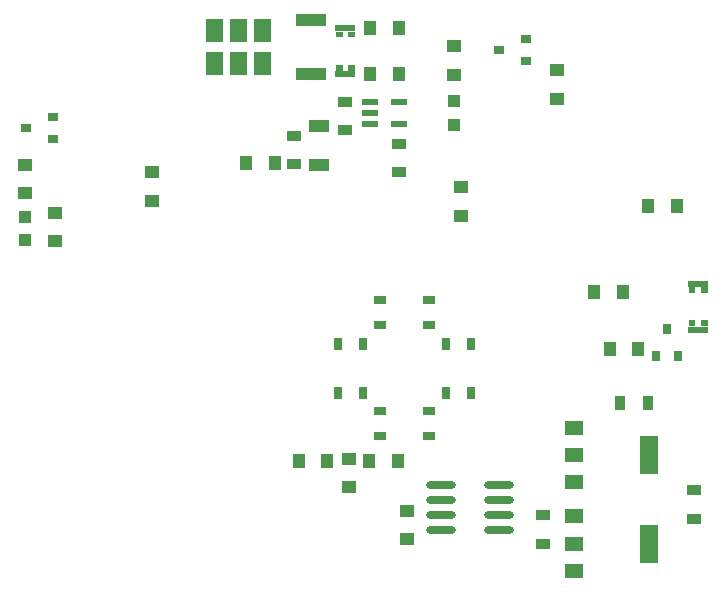
<source format=gtp>
G04*
G04 #@! TF.GenerationSoftware,Altium Limited,Altium Designer,24.5.2 (23)*
G04*
G04 Layer_Color=8421504*
%FSLAX24Y24*%
%MOIN*%
G70*
G04*
G04 #@! TF.SameCoordinates,4401697E-1760-462A-BA91-34E0085D76CE*
G04*
G04*
G04 #@! TF.FilePolarity,Positive*
G04*
G01*
G75*
%ADD20R,0.0650X0.0236*%
%ADD21R,0.0409X0.0508*%
%ADD22R,0.0252X0.0370*%
%ADD23R,0.0669X0.0394*%
%ADD24R,0.0508X0.0409*%
%ADD25R,0.0370X0.0508*%
%ADD26R,0.0591X0.0472*%
%ADD27R,0.0591X0.1299*%
%ADD28R,0.0409X0.0409*%
%ADD29R,0.0370X0.0252*%
%ADD30R,0.0984X0.0433*%
%ADD31R,0.0413X0.0256*%
%ADD32R,0.0256X0.0413*%
%ADD33R,0.0520X0.0220*%
%ADD34R,0.0508X0.0370*%
%ADD35O,0.0984X0.0276*%
G36*
X11774Y18780D02*
X12349D01*
Y18020D01*
X11774D01*
Y18780D01*
D02*
G37*
G36*
X12574D02*
X13148D01*
Y18020D01*
X12574D01*
Y18780D01*
D02*
G37*
G36*
X11774Y19875D02*
X12349D01*
Y19115D01*
X11774D01*
Y19875D01*
D02*
G37*
G36*
X12574D02*
X13148D01*
Y19115D01*
X12574D01*
Y19875D01*
D02*
G37*
G36*
X16337Y19271D02*
X16110D01*
Y19467D01*
X16337D01*
Y19271D01*
D02*
G37*
G36*
X13948Y19115D02*
X13373D01*
Y19875D01*
X13948D01*
Y19115D01*
D02*
G37*
G36*
X16337Y18168D02*
X16110D01*
Y18365D01*
X16337D01*
Y18168D01*
D02*
G37*
G36*
X13948Y18020D02*
X13373D01*
Y18780D01*
X13948D01*
Y18020D01*
D02*
G37*
G36*
X16760Y19271D02*
X16533D01*
Y19467D01*
X16760D01*
Y19271D01*
D02*
G37*
G36*
Y18168D02*
X16533D01*
Y18365D01*
X16760D01*
Y18168D01*
D02*
G37*
G36*
X28525Y10753D02*
X28298D01*
Y10950D01*
X28525D01*
Y10753D01*
D02*
G37*
G36*
X28102D02*
X27875D01*
Y10950D01*
X28102D01*
Y10753D01*
D02*
G37*
G36*
X28525Y9650D02*
X28298D01*
Y9847D01*
X28525D01*
Y9650D01*
D02*
G37*
G36*
X28102D02*
X27875D01*
Y9847D01*
X28102D01*
Y9650D01*
D02*
G37*
D20*
X28200Y9532D02*
D03*
Y11068D02*
D03*
X16435Y19585D02*
D03*
Y18050D02*
D03*
D21*
X25255Y8900D02*
D03*
X26200D02*
D03*
X25672Y10800D02*
D03*
X24728D02*
D03*
X18207Y18050D02*
D03*
X17263D02*
D03*
X18207Y19600D02*
D03*
X17263D02*
D03*
X14072Y15100D02*
D03*
X13128D02*
D03*
X26528Y13650D02*
D03*
X27472D02*
D03*
X14878Y5163D02*
D03*
X15822D02*
D03*
X17228D02*
D03*
X18172D02*
D03*
D22*
X26776Y8647D02*
D03*
X27524D02*
D03*
X27150Y9553D02*
D03*
D23*
X15550Y15024D02*
D03*
Y16323D02*
D03*
D24*
X18500Y2555D02*
D03*
Y3500D02*
D03*
X6750Y12478D02*
D03*
Y13422D02*
D03*
X10000Y14772D02*
D03*
Y13828D02*
D03*
X5750Y14078D02*
D03*
Y15022D02*
D03*
X23500Y17228D02*
D03*
Y18172D02*
D03*
X20070Y18972D02*
D03*
Y18028D02*
D03*
X20300Y13328D02*
D03*
Y14272D02*
D03*
X16550Y5222D02*
D03*
Y4278D02*
D03*
D25*
X26522Y7100D02*
D03*
X25578D02*
D03*
D26*
X24040Y3306D02*
D03*
Y2400D02*
D03*
Y1494D02*
D03*
Y4444D02*
D03*
Y5350D02*
D03*
Y6256D02*
D03*
D27*
X26560Y2400D02*
D03*
Y5350D02*
D03*
D28*
X5750Y12513D02*
D03*
Y13300D02*
D03*
X20070Y17144D02*
D03*
Y16356D02*
D03*
D29*
X5797Y16250D02*
D03*
X6703Y16624D02*
D03*
Y15876D02*
D03*
X22453Y18476D02*
D03*
Y19224D02*
D03*
X21547Y18850D02*
D03*
D30*
X15300Y18050D02*
D03*
Y19845D02*
D03*
D31*
X19217Y5977D02*
D03*
X17583D02*
D03*
X19217Y6823D02*
D03*
X17583D02*
D03*
X19217Y9677D02*
D03*
X17583D02*
D03*
X19217Y10523D02*
D03*
X17583D02*
D03*
D32*
X16177Y7433D02*
D03*
Y9067D02*
D03*
X17023Y7433D02*
D03*
Y9067D02*
D03*
X19777Y7433D02*
D03*
Y9067D02*
D03*
X20623Y7433D02*
D03*
Y9067D02*
D03*
D33*
X17265Y17124D02*
D03*
Y16750D02*
D03*
Y16376D02*
D03*
X18205D02*
D03*
Y17124D02*
D03*
D34*
X14715Y15986D02*
D03*
Y15041D02*
D03*
X18222Y14775D02*
D03*
Y15720D02*
D03*
X16435Y16178D02*
D03*
Y17123D02*
D03*
X23014Y3345D02*
D03*
Y2400D02*
D03*
X28050Y3228D02*
D03*
Y4172D02*
D03*
D35*
X21565Y2850D02*
D03*
Y3350D02*
D03*
Y3850D02*
D03*
Y4350D02*
D03*
X19635Y2850D02*
D03*
Y3350D02*
D03*
Y3850D02*
D03*
Y4350D02*
D03*
M02*

</source>
